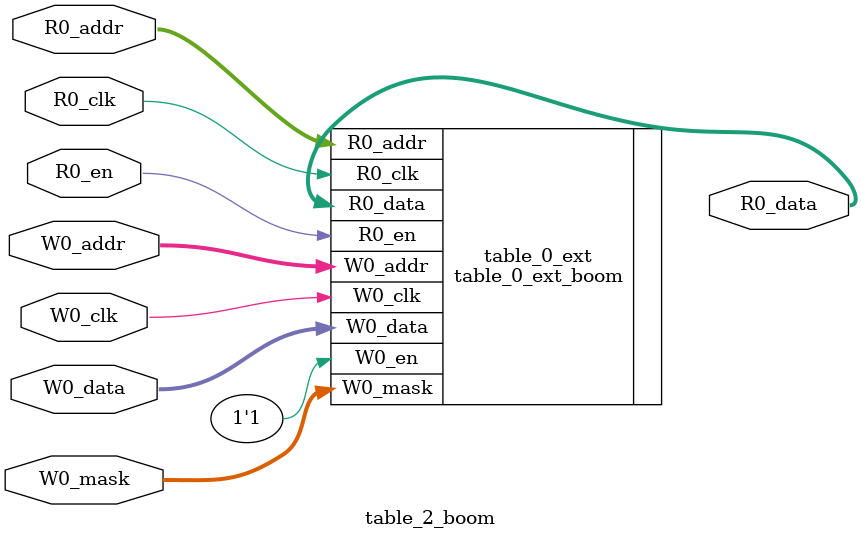
<source format=sv>
`ifndef RANDOMIZE
  `ifdef RANDOMIZE_REG_INIT
    `define RANDOMIZE
  `endif // RANDOMIZE_REG_INIT
`endif // not def RANDOMIZE
`ifndef RANDOMIZE
  `ifdef RANDOMIZE_MEM_INIT
    `define RANDOMIZE
  `endif // RANDOMIZE_MEM_INIT
`endif // not def RANDOMIZE

`ifndef RANDOM
  `define RANDOM $random
`endif // not def RANDOM

// Users can define 'PRINTF_COND' to add an extra gate to prints.
`ifndef PRINTF_COND_
  `ifdef PRINTF_COND
    `define PRINTF_COND_ (`PRINTF_COND)
  `else  // PRINTF_COND
    `define PRINTF_COND_ 1
  `endif // PRINTF_COND
`endif // not def PRINTF_COND_

// Users can define 'ASSERT_VERBOSE_COND' to add an extra gate to assert error printing.
`ifndef ASSERT_VERBOSE_COND_
  `ifdef ASSERT_VERBOSE_COND
    `define ASSERT_VERBOSE_COND_ (`ASSERT_VERBOSE_COND)
  `else  // ASSERT_VERBOSE_COND
    `define ASSERT_VERBOSE_COND_ 1
  `endif // ASSERT_VERBOSE_COND
`endif // not def ASSERT_VERBOSE_COND_

// Users can define 'STOP_COND' to add an extra gate to stop conditions.
`ifndef STOP_COND_
  `ifdef STOP_COND
    `define STOP_COND_ (`STOP_COND)
  `else  // STOP_COND
    `define STOP_COND_ 1
  `endif // STOP_COND
`endif // not def STOP_COND_

// Users can define INIT_RANDOM as general code that gets injected into the
// initializer block for modules with registers.
`ifndef INIT_RANDOM
  `define INIT_RANDOM
`endif // not def INIT_RANDOM

// If using random initialization, you can also define RANDOMIZE_DELAY to
// customize the delay used, otherwise 0.002 is used.
`ifndef RANDOMIZE_DELAY
  `define RANDOMIZE_DELAY 0.002
`endif // not def RANDOMIZE_DELAY

// Define INIT_RANDOM_PROLOG_ for use in our modules below.
`ifndef INIT_RANDOM_PROLOG_
  `ifdef RANDOMIZE
    `ifdef VERILATOR
      `define INIT_RANDOM_PROLOG_ `INIT_RANDOM
    `else  // VERILATOR
      `define INIT_RANDOM_PROLOG_ `INIT_RANDOM #`RANDOMIZE_DELAY begin end
    `endif // VERILATOR
  `else  // RANDOMIZE
    `define INIT_RANDOM_PROLOG_
  `endif // RANDOMIZE
`endif // not def INIT_RANDOM_PROLOG_

module table_2_boom(	// @[tage.scala:91:27]
  input  [7:0]  R0_addr,
  input         R0_en,
                R0_clk,
  input  [7:0]  W0_addr,
  input         W0_clk,
  input  [47:0] W0_data,
  input  [3:0]  W0_mask,
  output [47:0] R0_data
);

  table_0_ext_boom table_0_ext (	// @[tage.scala:91:27]
    .R0_addr (R0_addr),
    .R0_en   (R0_en),
    .R0_clk  (R0_clk),
    .W0_addr (W0_addr),
    .W0_en   (1'h1),
    .W0_clk  (W0_clk),
    .W0_data (W0_data),
    .W0_mask (W0_mask),
    .R0_data (R0_data)
  );
endmodule


</source>
